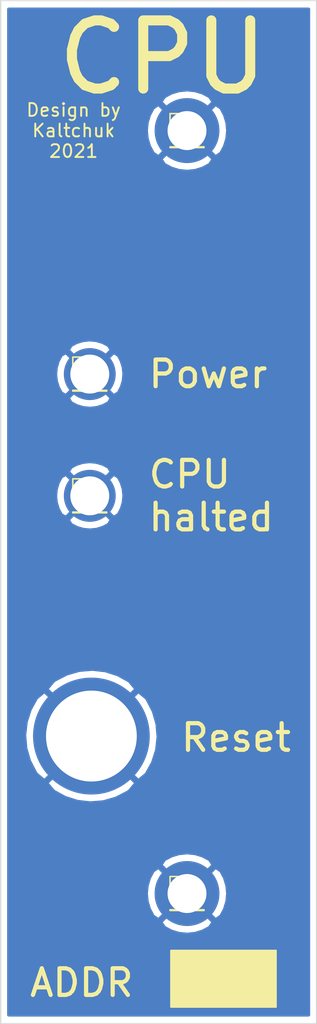
<source format=kicad_pcb>
(kicad_pcb (version 20211014) (generator pcbnew)
  (layers (0 "F.Cu" signal) (31 "B.Cu" signal) (34 "B.Paste" user) (35 "F.Paste" user) (36 "B.SilkS" user "B.Silkscreen") (37 "F.SilkS" user "F.Silkscreen") (38 "B.Mask" user) (39 "F.Mask" user) (44 "Edge.Cuts" user))
  (net 0 "")
  (footprint "Connector_PinHeader_2.54mm:PinHeader_1x01_P2.54mm_Vertical" (layer "F.Cu") (at 150.368 90.043)
    (fp_text reference "J15" hide)
    (fp_text value "led" hide)
    (fp_line (start -1.33 1.27) (end -1.33 1.33) (layer "F.SilkS") (width 0.12))
    (fp_line (start -1.33 0) (end -1.33 -1.33) (layer "F.SilkS") (width 0.12))
    (fp_line (start 1.33 1.27) (end 1.33 1.33) (layer "F.SilkS") (width 0.12))
    (fp_line (start -1.33 -1.33) (end 0 -1.33) (layer "F.SilkS") (width 0.12))
    (fp_line (start -1.33 1.27) (end 1.33 1.27) (layer "F.SilkS") (width 0.12))
    (fp_line (start -1.33 1.33) (end 1.33 1.33) (layer "F.SilkS") (width 0.12))
    (pad "1" thru_hole circle locked (at 0 0) (size 4.064 4.064) (drill 3.048) (layers *.Cu *.Mask))
  )
  (footprint "Connector_PinHeader_2.54mm:PinHeader_1x01_P2.54mm_Vertical" (layer "F.Cu") (at 150.368 80.518)
    (fp_text reference "J14" hide)
    (fp_text value "led" hide)
    (fp_line (start -1.33 1.27) (end -1.33 1.33) (layer "F.SilkS") (width 0.12))
    (fp_line (start -1.33 0) (end -1.33 -1.33) (layer "F.SilkS") (width 0.12))
    (fp_line (start -1.33 1.33) (end 1.33 1.33) (layer "F.SilkS") (width 0.12))
    (fp_line (start 1.33 1.27) (end 1.33 1.33) (layer "F.SilkS") (width 0.12))
    (fp_line (start -1.33 1.27) (end 1.33 1.27) (layer "F.SilkS") (width 0.12))
    (fp_line (start -1.33 -1.33) (end 0 -1.33) (layer "F.SilkS") (width 0.12))
    (pad "1" thru_hole circle locked (at 0 0) (size 4.064 4.064) (drill 3.048) (layers *.Cu *.Mask))
  )
  (footprint "Connector_PinHeader_2.54mm:PinHeader_1x01_P2.54mm_Vertical" (layer "F.Cu") (at 150.495 108.839)
    (fp_text reference "J9" hide)
    (fp_text value "reset button" hide)
    (fp_line (start -1.33 -1.33) (end 0 -1.33) (layer "F.SilkS") (width 0.12))
    (fp_line (start -1.33 0) (end -1.33 -1.33) (layer "F.SilkS") (width 0.12))
    (fp_line (start 1.33 1.27) (end 1.33 1.33) (layer "F.SilkS") (width 0.12))
    (fp_line (start -1.33 1.27) (end -1.33 1.33) (layer "F.SilkS") (width 0.12))
    (fp_line (start -1.33 1.33) (end 1.33 1.33) (layer "F.SilkS") (width 0.12))
    (fp_line (start -1.33 1.27) (end 1.33 1.27) (layer "F.SilkS") (width 0.12))
    (pad "1" thru_hole circle locked (at 0 0) (size 9.144 9.144) (drill 7.112) (layers *.Cu *.Mask))
  )
  (footprint "Connector_PinHeader_2.54mm:PinHeader_1x01_P2.54mm_Vertical" (layer "F.Cu") (at 157.988 61.468)
    (fp_text reference "J5" hide)
    (fp_text value "fixing bolt" hide)
    (fp_line (start -1.33 1.27) (end 1.33 1.27) (layer "F.SilkS") (width 0.12))
    (fp_line (start -1.33 -1.33) (end 0 -1.33) (layer "F.SilkS") (width 0.12))
    (fp_line (start -1.33 1.33) (end 1.33 1.33) (layer "F.SilkS") (width 0.12))
    (fp_line (start -1.33 1.27) (end -1.33 1.33) (layer "F.SilkS") (width 0.12))
    (fp_line (start 1.33 1.27) (end 1.33 1.33) (layer "F.SilkS") (width 0.12))
    (fp_line (start -1.33 0) (end -1.33 -1.33) (layer "F.SilkS") (width 0.12))
    (pad "1" thru_hole circle locked (at 0 0) (size 5.08 5.08) (drill 3.048) (layers *.Cu *.Mask))
  )
  (footprint "Connector_PinHeader_2.54mm:PinHeader_1x01_P2.54mm_Vertical" (layer "F.Cu") (at 157.988 121.158)
    (fp_text reference "J6" hide)
    (fp_text value "fixing bolt" hide)
    (fp_line (start -1.33 1.33) (end 1.33 1.33) (layer "F.SilkS") (width 0.12))
    (fp_line (start 1.33 1.27) (end 1.33 1.33) (layer "F.SilkS") (width 0.12))
    (fp_line (start -1.33 1.27) (end -1.33 1.33) (layer "F.SilkS") (width 0.12))
    (fp_line (start -1.33 -1.33) (end 0 -1.33) (layer "F.SilkS") (width 0.12))
    (fp_line (start -1.33 0) (end -1.33 -1.33) (layer "F.SilkS") (width 0.12))
    (fp_line (start -1.33 1.27) (end 1.33 1.27) (layer "F.SilkS") (width 0.12))
    (pad "1" thru_hole circle locked (at 0 0) (size 5.08 5.08) (drill 3.048) (layers *.Cu *.Mask))
  )
  (gr_poly (pts (xy 164.973 130.048) (xy 156.718 130.048) (xy 156.718 125.603) (xy 164.973 125.603)) (layer "F.SilkS") (width 0.1) (fill solid))
  (gr_line (start 143.383 51.308) (end 143.383 131.318) (layer "Edge.Cuts") (width 0.1))
  (gr_line (start 143.383 51.308) (end 168.148 51.308) (layer "Edge.Cuts") (width 0.05))
  (gr_line (start 168.148 51.308) (end 168.148 131.318) (layer "Edge.Cuts") (width 0.1))
  (gr_line (start 143.383 131.318) (end 168.148 131.318) (layer "Edge.Cuts") (width 0.05))
  (gr_text "Reset\n" (at 157.353 108.966) (layer "F.SilkS") (effects (font (size 2.0828 2.0828) (thickness 0.3302)) (justify left)))
  (gr_text "CPU\nhalted" (at 154.813 90.043) (layer "F.SilkS") (effects (font (size 2.0828 2.0828) (thickness 0.3302)) (justify left)))
  (gr_text "Design by\nKaltchuk\n2021" (at 149.098 61.468) (layer "F.SilkS") (effects (font (size 1 1))))
  (gr_text "Power\n" (at 154.813 80.518) (layer "F.SilkS") (effects (font (size 2.0828 2.0828) (thickness 0.3302)) (justify left)))
  (gr_text "ADDR" (at 149.733 128.143) (layer "F.SilkS") (effects (font (size 2.0828 2.0828) (thickness 0.3302))))
  (gr_text "CPU" (at 156.083 55.753) (layer "F.SilkS") (effects (font (size 5.334 5.334) (thickness 0.7874))))
  (zone (net 0) (net_name "") (layer "B.Cu") (connect_pads (clearance 0.508)) (min_thickness 0.254) (fill yes (thermal_gap 0.508) (thermal_bridge_width 0.508))
    (polygon (pts (xy 143.891 51.308) (xy 167.64 51.308) (xy 167.64 131.318) (xy 143.891 131.318)))
  )
)
</source>
